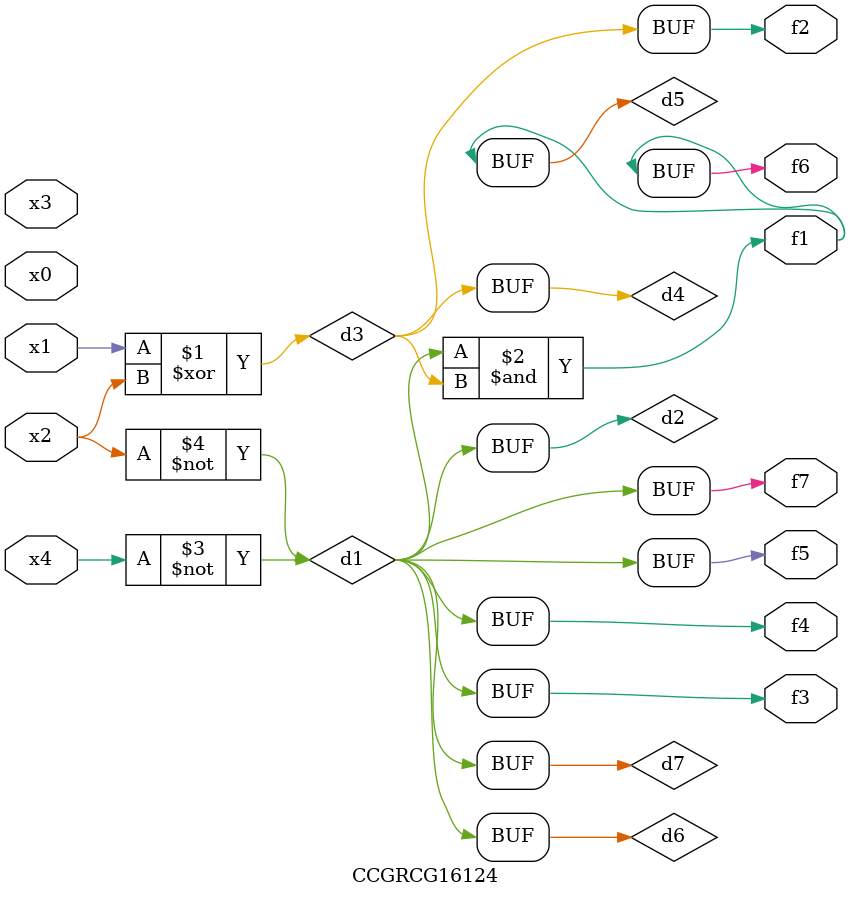
<source format=v>
module CCGRCG16124(
	input x0, x1, x2, x3, x4,
	output f1, f2, f3, f4, f5, f6, f7
);

	wire d1, d2, d3, d4, d5, d6, d7;

	not (d1, x4);
	not (d2, x2);
	xor (d3, x1, x2);
	buf (d4, d3);
	and (d5, d1, d3);
	buf (d6, d1, d2);
	buf (d7, d2);
	assign f1 = d5;
	assign f2 = d4;
	assign f3 = d7;
	assign f4 = d7;
	assign f5 = d7;
	assign f6 = d5;
	assign f7 = d7;
endmodule

</source>
